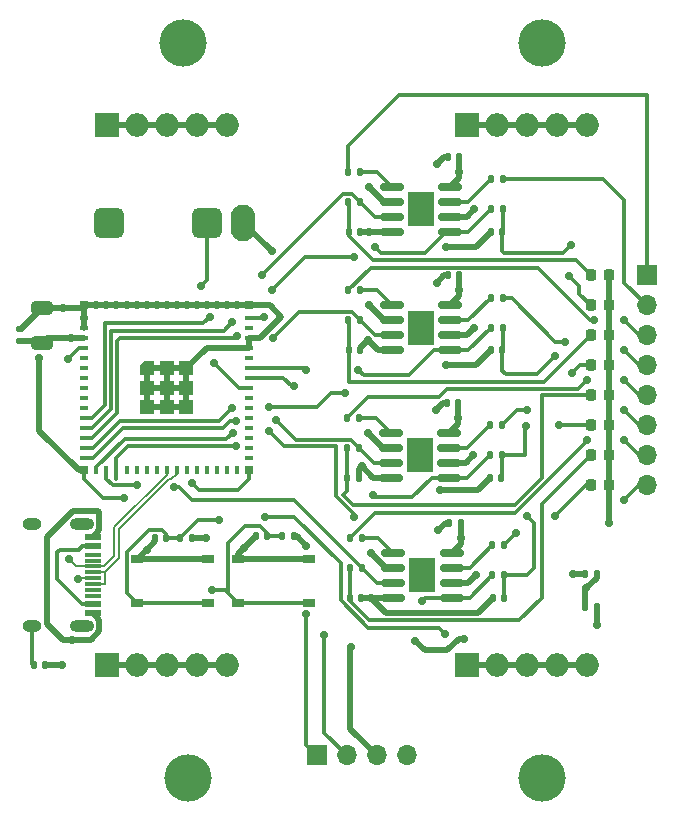
<source format=gbr>
%TF.GenerationSoftware,KiCad,Pcbnew,8.0.5*%
%TF.CreationDate,2024-11-19T03:03:03+05:30*%
%TF.ProjectId,midi,6d696469-2e6b-4696-9361-645f70636258,rev?*%
%TF.SameCoordinates,Original*%
%TF.FileFunction,Copper,L1,Top*%
%TF.FilePolarity,Positive*%
%FSLAX46Y46*%
G04 Gerber Fmt 4.6, Leading zero omitted, Abs format (unit mm)*
G04 Created by KiCad (PCBNEW 8.0.5) date 2024-11-19 03:03:03*
%MOMM*%
%LPD*%
G01*
G04 APERTURE LIST*
G04 Aperture macros list*
%AMRoundRect*
0 Rectangle with rounded corners*
0 $1 Rounding radius*
0 $2 $3 $4 $5 $6 $7 $8 $9 X,Y pos of 4 corners*
0 Add a 4 corners polygon primitive as box body*
4,1,4,$2,$3,$4,$5,$6,$7,$8,$9,$2,$3,0*
0 Add four circle primitives for the rounded corners*
1,1,$1+$1,$2,$3*
1,1,$1+$1,$4,$5*
1,1,$1+$1,$6,$7*
1,1,$1+$1,$8,$9*
0 Add four rect primitives between the rounded corners*
20,1,$1+$1,$2,$3,$4,$5,0*
20,1,$1+$1,$4,$5,$6,$7,0*
20,1,$1+$1,$6,$7,$8,$9,0*
20,1,$1+$1,$8,$9,$2,$3,0*%
%AMOutline5P*
0 Free polygon, 5 corners , with rotation*
0 The origin of the aperture is its center*
0 number of corners: always 5*
0 $1 to $10 corner X, Y*
0 $11 Rotation angle, in degrees counterclockwise*
0 create outline with 5 corners*
4,1,5,$1,$2,$3,$4,$5,$6,$7,$8,$9,$10,$1,$2,$11*%
%AMOutline6P*
0 Free polygon, 6 corners , with rotation*
0 The origin of the aperture is its center*
0 number of corners: always 6*
0 $1 to $12 corner X, Y*
0 $13 Rotation angle, in degrees counterclockwise*
0 create outline with 6 corners*
4,1,6,$1,$2,$3,$4,$5,$6,$7,$8,$9,$10,$11,$12,$1,$2,$13*%
%AMOutline7P*
0 Free polygon, 7 corners , with rotation*
0 The origin of the aperture is its center*
0 number of corners: always 7*
0 $1 to $14 corner X, Y*
0 $15 Rotation angle, in degrees counterclockwise*
0 create outline with 7 corners*
4,1,7,$1,$2,$3,$4,$5,$6,$7,$8,$9,$10,$11,$12,$13,$14,$1,$2,$15*%
%AMOutline8P*
0 Free polygon, 8 corners , with rotation*
0 The origin of the aperture is its center*
0 number of corners: always 8*
0 $1 to $16 corner X, Y*
0 $17 Rotation angle, in degrees counterclockwise*
0 create outline with 8 corners*
4,1,8,$1,$2,$3,$4,$5,$6,$7,$8,$9,$10,$11,$12,$13,$14,$15,$16,$1,$2,$17*%
G04 Aperture macros list end*
%TA.AperFunction,SMDPad,CuDef*%
%ADD10RoundRect,0.135000X-0.135000X-0.185000X0.135000X-0.185000X0.135000X0.185000X-0.135000X0.185000X0*%
%TD*%
%TA.AperFunction,SMDPad,CuDef*%
%ADD11RoundRect,0.140000X0.140000X0.170000X-0.140000X0.170000X-0.140000X-0.170000X0.140000X-0.170000X0*%
%TD*%
%TA.AperFunction,SMDPad,CuDef*%
%ADD12RoundRect,0.135000X0.135000X0.185000X-0.135000X0.185000X-0.135000X-0.185000X0.135000X-0.185000X0*%
%TD*%
%TA.AperFunction,SMDPad,CuDef*%
%ADD13RoundRect,0.140000X-0.140000X-0.170000X0.140000X-0.170000X0.140000X0.170000X-0.140000X0.170000X0*%
%TD*%
%TA.AperFunction,SMDPad,CuDef*%
%ADD14RoundRect,0.218750X0.218750X0.256250X-0.218750X0.256250X-0.218750X-0.256250X0.218750X-0.256250X0*%
%TD*%
%TA.AperFunction,SMDPad,CuDef*%
%ADD15R,1.000000X0.750000*%
%TD*%
%TA.AperFunction,ComponentPad*%
%ADD16RoundRect,0.650000X0.650000X-0.650000X0.650000X0.650000X-0.650000X0.650000X-0.650000X-0.650000X0*%
%TD*%
%TA.AperFunction,ComponentPad*%
%ADD17O,2.100000X3.100000*%
%TD*%
%TA.AperFunction,ComponentPad*%
%ADD18R,1.700000X1.700000*%
%TD*%
%TA.AperFunction,ComponentPad*%
%ADD19O,1.700000X1.700000*%
%TD*%
%TA.AperFunction,SMDPad,CuDef*%
%ADD20R,1.450000X0.600000*%
%TD*%
%TA.AperFunction,SMDPad,CuDef*%
%ADD21R,1.450000X0.300000*%
%TD*%
%TA.AperFunction,ComponentPad*%
%ADD22O,2.100000X1.000000*%
%TD*%
%TA.AperFunction,ComponentPad*%
%ADD23O,1.600000X1.000000*%
%TD*%
%TA.AperFunction,SMDPad,CuDef*%
%ADD24RoundRect,0.150000X-0.825000X-0.150000X0.825000X-0.150000X0.825000X0.150000X-0.825000X0.150000X0*%
%TD*%
%TA.AperFunction,HeatsinkPad*%
%ADD25R,2.290000X3.000000*%
%TD*%
%TA.AperFunction,SMDPad,CuDef*%
%ADD26RoundRect,0.250000X0.650000X-0.325000X0.650000X0.325000X-0.650000X0.325000X-0.650000X-0.325000X0*%
%TD*%
%TA.AperFunction,SMDPad,CuDef*%
%ADD27RoundRect,0.140000X0.170000X-0.140000X0.170000X0.140000X-0.170000X0.140000X-0.170000X-0.140000X0*%
%TD*%
%TA.AperFunction,SMDPad,CuDef*%
%ADD28R,0.800000X0.400000*%
%TD*%
%TA.AperFunction,SMDPad,CuDef*%
%ADD29R,0.400000X0.800000*%
%TD*%
%TA.AperFunction,SMDPad,CuDef*%
%ADD30Outline5P,-0.600000X0.204000X-0.204000X0.600000X0.600000X0.600000X0.600000X-0.600000X-0.600000X-0.600000X0.000000*%
%TD*%
%TA.AperFunction,SMDPad,CuDef*%
%ADD31R,1.200000X1.200000*%
%TD*%
%TA.AperFunction,SMDPad,CuDef*%
%ADD32R,0.800000X0.800000*%
%TD*%
%TA.AperFunction,ComponentPad*%
%ADD33R,2.000000X2.000000*%
%TD*%
%TA.AperFunction,ComponentPad*%
%ADD34O,2.000000X2.000000*%
%TD*%
%TA.AperFunction,ViaPad*%
%ADD35C,0.700000*%
%TD*%
%TA.AperFunction,ViaPad*%
%ADD36C,4.000000*%
%TD*%
%TA.AperFunction,Conductor*%
%ADD37C,0.300000*%
%TD*%
%TA.AperFunction,Conductor*%
%ADD38C,0.500000*%
%TD*%
%TA.AperFunction,Conductor*%
%ADD39C,0.200000*%
%TD*%
G04 APERTURE END LIST*
D10*
%TO.P,R11,1*%
%TO.N,/esp32/GATE_4*%
X88389090Y-67945000D03*
%TO.P,R11,2*%
%TO.N,Net-(D4-A)*%
X89409090Y-67945000D03*
%TD*%
D11*
%TO.P,C17,1*%
%TO.N,Net-(D8-A)*%
X89510000Y-90805000D03*
%TO.P,C17,2*%
%TO.N,GND*%
X88550000Y-90805000D03*
%TD*%
D12*
%TO.P,R3,1*%
%TO.N,V_SUPPLY*%
X63091000Y-85725000D03*
%TO.P,R3,2*%
%TO.N,Net-(SW1-B)*%
X62071000Y-85725000D03*
%TD*%
D10*
%TO.P,R20,1*%
%TO.N,Net-(R20-Pad1)*%
X88520000Y-86360000D03*
%TO.P,R20,2*%
%TO.N,/gate_process3/GATE_B_OUT*%
X89540000Y-86360000D03*
%TD*%
D12*
%TO.P,R14,1*%
%TO.N,Net-(R14-Pad1)*%
X77257500Y-75565000D03*
%TO.P,R14,2*%
%TO.N,/gate_process2/GATE_A_OUT*%
X76237500Y-75565000D03*
%TD*%
D13*
%TO.P,C3,1*%
%TO.N,GND*%
X59972000Y-85725000D03*
%TO.P,C3,2*%
%TO.N,Net-(SW1-B)*%
X60932000Y-85725000D03*
%TD*%
D11*
%TO.P,C16,1*%
%TO.N,V_SUPPLY*%
X85855000Y-84455000D03*
%TO.P,C16,2*%
%TO.N,GND*%
X84895000Y-84455000D03*
%TD*%
D14*
%TO.P,D5,1,K*%
%TO.N,GND*%
X98425000Y-73660000D03*
%TO.P,D5,2,A*%
%TO.N,Net-(D5-A)*%
X96850000Y-73660000D03*
%TD*%
D15*
%TO.P,SW1,1,A*%
%TO.N,GND*%
X58468000Y-87533000D03*
X64468000Y-87533000D03*
%TO.P,SW1,2,B*%
%TO.N,Net-(SW1-B)*%
X58468000Y-91283000D03*
X64468000Y-91283000D03*
%TD*%
D14*
%TO.P,D7,1,K*%
%TO.N,GND*%
X98425000Y-78740000D03*
%TO.P,D7,2,A*%
%TO.N,Net-(D7-A)*%
X96850000Y-78740000D03*
%TD*%
D16*
%TO.P,J1,R*%
%TO.N,/esp32/MIDI_IN*%
X64340000Y-59055000D03*
D17*
%TO.P,J1,S*%
%TO.N,MIDI_GND*%
X67440000Y-59055000D03*
D16*
%TO.P,J1,T*%
%TO.N,unconnected-(J1-PadT)*%
X56040000Y-59055000D03*
%TD*%
D13*
%TO.P,C5,1*%
%TO.N,Net-(J4-SHIELD)*%
X49685000Y-96520000D03*
%TO.P,C5,2*%
%TO.N,GND*%
X50645000Y-96520000D03*
%TD*%
D15*
%TO.P,SW2,1,A*%
%TO.N,GND*%
X66977000Y-87533000D03*
X72977000Y-87533000D03*
%TO.P,SW2,2,B*%
%TO.N,Net-(SW2-B)*%
X66977000Y-91283000D03*
X72977000Y-91283000D03*
%TD*%
D12*
%TO.P,R13,1*%
%TO.N,/esp32/GATE_5*%
X77257500Y-78105000D03*
%TO.P,R13,2*%
%TO.N,Net-(D5-A)*%
X76237500Y-78105000D03*
%TD*%
D10*
%TO.P,R12,1*%
%TO.N,Net-(R12-Pad1)*%
X88389090Y-65405000D03*
%TO.P,R12,2*%
%TO.N,/gate_process1/GATE_B_OUT*%
X89409090Y-65405000D03*
%TD*%
D11*
%TO.P,C7,1*%
%TO.N,V_SUPPLY*%
X85725000Y-53470000D03*
%TO.P,C7,2*%
%TO.N,GND*%
X84765000Y-53470000D03*
%TD*%
D14*
%TO.P,D4,1,K*%
%TO.N,GND*%
X98425000Y-71120000D03*
%TO.P,D4,2,A*%
%TO.N,Net-(D4-A)*%
X96850000Y-71120000D03*
%TD*%
D12*
%TO.P,R4,1*%
%TO.N,V_SUPPLY*%
X71755000Y-85598000D03*
%TO.P,R4,2*%
%TO.N,Net-(SW2-B)*%
X70735000Y-85598000D03*
%TD*%
D11*
%TO.P,C10,1*%
%TO.N,V_SUPPLY*%
X85724090Y-63500000D03*
%TO.P,C10,2*%
%TO.N,GND*%
X84764090Y-63500000D03*
%TD*%
D10*
%TO.P,R8,1*%
%TO.N,Net-(R8-Pad1)*%
X88390000Y-55375000D03*
%TO.P,R8,2*%
%TO.N,/gate_process/GATE_B_OUT*%
X89410000Y-55375000D03*
%TD*%
D18*
%TO.P,J3,1,Pin_1*%
%TO.N,TX*%
X73660000Y-104140000D03*
D19*
%TO.P,J3,2,Pin_2*%
%TO.N,RX*%
X76200000Y-104140000D03*
%TO.P,J3,3,Pin_3*%
%TO.N,MIDI_GND*%
X78740000Y-104140000D03*
%TO.P,J3,4,Pin_4*%
%TO.N,GND*%
X81280000Y-104140000D03*
%TD*%
D12*
%TO.P,R9,1*%
%TO.N,/esp32/GATE_3*%
X77344090Y-67310000D03*
%TO.P,R9,2*%
%TO.N,Net-(D3-A)*%
X76324090Y-67310000D03*
%TD*%
D10*
%TO.P,R16,1*%
%TO.N,Net-(R16-Pad1)*%
X88302500Y-76200000D03*
%TO.P,R16,2*%
%TO.N,/gate_process2/GATE_B_OUT*%
X89322500Y-76200000D03*
%TD*%
D13*
%TO.P,C12,1*%
%TO.N,Net-(D5-A)*%
X76267500Y-80645000D03*
%TO.P,C12,2*%
%TO.N,GND*%
X77227500Y-80645000D03*
%TD*%
D12*
%TO.P,R5,1*%
%TO.N,/esp32/GATE_1*%
X77345000Y-57280000D03*
%TO.P,R5,2*%
%TO.N,Net-(D1-A)*%
X76325000Y-57280000D03*
%TD*%
D13*
%TO.P,C15,1*%
%TO.N,Net-(D7-A)*%
X76485000Y-90805000D03*
%TO.P,C15,2*%
%TO.N,GND*%
X77445000Y-90805000D03*
%TD*%
D10*
%TO.P,R15,1*%
%TO.N,/esp32/GATE_6*%
X88302500Y-78740000D03*
%TO.P,R15,2*%
%TO.N,Net-(D6-A)*%
X89322500Y-78740000D03*
%TD*%
D20*
%TO.P,J4,A1,GND*%
%TO.N,GND*%
X54685000Y-85675000D03*
%TO.P,J4,A4,VBUS*%
%TO.N,Net-(J4-VBUS-PadA4)*%
X54685000Y-86450000D03*
D21*
%TO.P,J4,A5,CC1*%
%TO.N,unconnected-(J4-CC1-PadA5)*%
X54685000Y-87650000D03*
%TO.P,J4,A6,D+*%
%TO.N,Net-(U1-IO20)*%
X54685000Y-88650000D03*
%TO.P,J4,A7,D-*%
%TO.N,Net-(U1-IO19)*%
X54685000Y-89150000D03*
%TO.P,J4,A8,SBU1*%
%TO.N,unconnected-(J4-SBU1-PadA8)*%
X54685000Y-90150000D03*
D20*
%TO.P,J4,A9,VBUS*%
%TO.N,Net-(J4-VBUS-PadA4)*%
X54685000Y-91350000D03*
%TO.P,J4,A12,GND*%
%TO.N,GND*%
X54685000Y-92125000D03*
D21*
%TO.P,J4,B5,CC2*%
%TO.N,unconnected-(J4-CC2-PadB5)*%
X54685000Y-90650000D03*
%TO.P,J4,B6,D+*%
%TO.N,Net-(U1-IO20)*%
X54685000Y-89650000D03*
%TO.P,J4,B7,D-*%
%TO.N,Net-(U1-IO19)*%
X54685000Y-88150000D03*
%TO.P,J4,B8,SBU2*%
%TO.N,unconnected-(J4-SBU2-PadB8)*%
X54685000Y-87150000D03*
D22*
%TO.P,J4,S1,SHIELD*%
%TO.N,Net-(J4-SHIELD)*%
X53770000Y-84580000D03*
D23*
X49590000Y-84580000D03*
D22*
X53770000Y-93220000D03*
D23*
X49590000Y-93220000D03*
%TD*%
D14*
%TO.P,D2,1,K*%
%TO.N,GND*%
X98425000Y-66040000D03*
%TO.P,D2,2,A*%
%TO.N,Net-(D2-A)*%
X96850000Y-66040000D03*
%TD*%
%TO.P,D8,1,K*%
%TO.N,GND*%
X98425000Y-81280000D03*
%TO.P,D8,2,A*%
%TO.N,Net-(D8-A)*%
X96850000Y-81280000D03*
%TD*%
D12*
%TO.P,R17,1*%
%TO.N,/esp32/GATE_7*%
X77475000Y-88265000D03*
%TO.P,R17,2*%
%TO.N,Net-(D7-A)*%
X76455000Y-88265000D03*
%TD*%
D11*
%TO.P,C14,1*%
%TO.N,Net-(D6-A)*%
X89292500Y-80645000D03*
%TO.P,C14,2*%
%TO.N,GND*%
X88332500Y-80645000D03*
%TD*%
D18*
%TO.P,J2,1,Pin_1*%
%TO.N,/gate_process/GATE_A_OUT*%
X101600000Y-63500000D03*
D19*
%TO.P,J2,2,Pin_2*%
%TO.N,/gate_process/GATE_B_OUT*%
X101600000Y-66040000D03*
%TO.P,J2,3,Pin_3*%
%TO.N,/gate_process1/GATE_A_OUT*%
X101600000Y-68580000D03*
%TO.P,J2,4,Pin_4*%
%TO.N,/gate_process1/GATE_B_OUT*%
X101600000Y-71120000D03*
%TO.P,J2,5,Pin_5*%
%TO.N,/gate_process2/GATE_A_OUT*%
X101600000Y-73660000D03*
%TO.P,J2,6,Pin_6*%
%TO.N,/gate_process2/GATE_B_OUT*%
X101600000Y-76200000D03*
%TO.P,J2,7,Pin_7*%
%TO.N,/gate_process3/GATE_A_OUT*%
X101600000Y-78740000D03*
%TO.P,J2,8,Pin_8*%
%TO.N,/gate_process3/GATE_B_OUT*%
X101600000Y-81280000D03*
%TD*%
D24*
%TO.P,U3,1*%
%TO.N,Net-(R10-Pad1)*%
X80009090Y-66040000D03*
%TO.P,U3,2,-*%
%TO.N,V_MID*%
X80009090Y-67310000D03*
%TO.P,U3,3,+*%
%TO.N,/esp32/GATE_3*%
X80009090Y-68580000D03*
%TO.P,U3,4,V-*%
%TO.N,GND*%
X80009090Y-69850000D03*
%TO.P,U3,5,+*%
%TO.N,/esp32/GATE_4*%
X84959090Y-69850000D03*
%TO.P,U3,6,-*%
%TO.N,V_MID*%
X84959090Y-68580000D03*
%TO.P,U3,7*%
%TO.N,Net-(R12-Pad1)*%
X84959090Y-67310000D03*
%TO.P,U3,8,V+*%
%TO.N,V_SUPPLY*%
X84959090Y-66040000D03*
D25*
%TO.P,U3,9*%
%TO.N,N/C*%
X82484090Y-67945000D03*
%TD*%
D12*
%TO.P,R10,1*%
%TO.N,Net-(R10-Pad1)*%
X77344090Y-64770000D03*
%TO.P,R10,2*%
%TO.N,/gate_process1/GATE_A_OUT*%
X76324090Y-64770000D03*
%TD*%
D26*
%TO.P,C1,1*%
%TO.N,V_SUPPLY*%
X50419000Y-69215000D03*
%TO.P,C1,2*%
%TO.N,GND*%
X50419000Y-66265000D03*
%TD*%
D14*
%TO.P,D1,1,K*%
%TO.N,GND*%
X98425000Y-63500000D03*
%TO.P,D1,2,A*%
%TO.N,Net-(D1-A)*%
X96850000Y-63500000D03*
%TD*%
D13*
%TO.P,C9,1*%
%TO.N,Net-(D3-A)*%
X76354090Y-69850000D03*
%TO.P,C9,2*%
%TO.N,GND*%
X77314090Y-69850000D03*
%TD*%
D11*
%TO.P,C13,1*%
%TO.N,V_SUPPLY*%
X85637500Y-74295000D03*
%TO.P,C13,2*%
%TO.N,GND*%
X84677500Y-74295000D03*
%TD*%
%TO.P,C11,1*%
%TO.N,Net-(D4-A)*%
X89379090Y-69850000D03*
%TO.P,C11,2*%
%TO.N,GND*%
X88419090Y-69850000D03*
%TD*%
D12*
%TO.P,R6,1*%
%TO.N,Net-(R6-Pad1)*%
X77345000Y-54740000D03*
%TO.P,R6,2*%
%TO.N,/gate_process/GATE_A_OUT*%
X76325000Y-54740000D03*
%TD*%
D27*
%TO.P,C2,1*%
%TO.N,V_SUPPLY*%
X48514000Y-69032000D03*
%TO.P,C2,2*%
%TO.N,GND*%
X48514000Y-68072000D03*
%TD*%
D24*
%TO.P,U4,1*%
%TO.N,Net-(R14-Pad1)*%
X79922500Y-76835000D03*
%TO.P,U4,2,-*%
%TO.N,V_MID*%
X79922500Y-78105000D03*
%TO.P,U4,3,+*%
%TO.N,/esp32/GATE_5*%
X79922500Y-79375000D03*
%TO.P,U4,4,V-*%
%TO.N,GND*%
X79922500Y-80645000D03*
%TO.P,U4,5,+*%
%TO.N,/esp32/GATE_6*%
X84872500Y-80645000D03*
%TO.P,U4,6,-*%
%TO.N,V_MID*%
X84872500Y-79375000D03*
%TO.P,U4,7*%
%TO.N,Net-(R16-Pad1)*%
X84872500Y-78105000D03*
%TO.P,U4,8,V+*%
%TO.N,V_SUPPLY*%
X84872500Y-76835000D03*
D25*
%TO.P,U4,9*%
%TO.N,N/C*%
X82397500Y-78740000D03*
%TD*%
D14*
%TO.P,D3,1,K*%
%TO.N,GND*%
X98425000Y-68580000D03*
%TO.P,D3,2,A*%
%TO.N,Net-(D3-A)*%
X96850000Y-68580000D03*
%TD*%
D10*
%TO.P,R2,1*%
%TO.N,V_MID*%
X96389000Y-91567000D03*
%TO.P,R2,2*%
%TO.N,GND*%
X97409000Y-91567000D03*
%TD*%
%TO.P,R19,1*%
%TO.N,/esp32/GATE_8*%
X88520000Y-88900000D03*
%TO.P,R19,2*%
%TO.N,Net-(D8-A)*%
X89540000Y-88900000D03*
%TD*%
D13*
%TO.P,C6,1*%
%TO.N,Net-(D1-A)*%
X76355000Y-59820000D03*
%TO.P,C6,2*%
%TO.N,GND*%
X77315000Y-59820000D03*
%TD*%
%TO.P,C4,1*%
%TO.N,GND*%
X68509000Y-85598000D03*
%TO.P,C4,2*%
%TO.N,Net-(SW2-B)*%
X69469000Y-85598000D03*
%TD*%
D11*
%TO.P,C8,1*%
%TO.N,Net-(D2-A)*%
X89380000Y-59820000D03*
%TO.P,C8,2*%
%TO.N,GND*%
X88420000Y-59820000D03*
%TD*%
D10*
%TO.P,R1,1*%
%TO.N,V_SUPPLY*%
X96389000Y-88773000D03*
%TO.P,R1,2*%
%TO.N,V_MID*%
X97409000Y-88773000D03*
%TD*%
D12*
%TO.P,R18,1*%
%TO.N,Net-(R18-Pad1)*%
X77475000Y-85725000D03*
%TO.P,R18,2*%
%TO.N,/gate_process3/GATE_A_OUT*%
X76455000Y-85725000D03*
%TD*%
D28*
%TO.P,U1,1,GND*%
%TO.N,GND*%
X53960000Y-67075000D03*
%TO.P,U1,2,GND*%
X53960000Y-67925000D03*
%TO.P,U1,3,3V3*%
%TO.N,V_SUPPLY*%
X53960000Y-68775000D03*
%TO.P,U1,4,IO0*%
%TO.N,Net-(SW2-B)*%
X53960000Y-69625000D03*
%TO.P,U1,5,IO1*%
%TO.N,unconnected-(U1-IO1-Pad5)*%
X53960000Y-70475000D03*
%TO.P,U1,6,IO2*%
%TO.N,unconnected-(U1-IO2-Pad6)*%
X53960000Y-71325000D03*
%TO.P,U1,7,IO3*%
%TO.N,unconnected-(U1-IO3-Pad7)*%
X53960000Y-72175000D03*
%TO.P,U1,8,IO4*%
%TO.N,unconnected-(U1-IO4-Pad8)*%
X53960000Y-73025000D03*
%TO.P,U1,9,IO5*%
%TO.N,unconnected-(U1-IO5-Pad9)*%
X53960000Y-73875000D03*
%TO.P,U1,10,IO6*%
%TO.N,unconnected-(U1-IO6-Pad10)*%
X53960000Y-74725000D03*
%TO.P,U1,11,IO7*%
%TO.N,/esp32/GATE_1*%
X53960000Y-75575000D03*
%TO.P,U1,12,IO8*%
%TO.N,/esp32/GATE_2*%
X53960000Y-76425000D03*
%TO.P,U1,13,IO9*%
%TO.N,/esp32/GATE_3*%
X53960000Y-77275000D03*
%TO.P,U1,14,IO10*%
%TO.N,/esp32/GATE_4*%
X53960000Y-78125000D03*
%TO.P,U1,15,IO11*%
%TO.N,/esp32/GATE_5*%
X53960000Y-78975000D03*
D29*
%TO.P,U1,16,IO12*%
%TO.N,/esp32/GATE_6*%
X55010000Y-80025000D03*
%TO.P,U1,17,IO13*%
%TO.N,/esp32/GATE_7*%
X55860000Y-80025000D03*
%TO.P,U1,18,IO14*%
%TO.N,/esp32/GATE_8*%
X56710000Y-80025000D03*
%TO.P,U1,19,IO15*%
%TO.N,unconnected-(U1-IO15-Pad19)*%
X57560000Y-80025000D03*
%TO.P,U1,20,IO16*%
%TO.N,unconnected-(U1-IO16-Pad20)*%
X58410000Y-80025000D03*
%TO.P,U1,21,IO17*%
%TO.N,unconnected-(U1-IO17-Pad21)*%
X59260000Y-80025000D03*
%TO.P,U1,22,IO18*%
%TO.N,unconnected-(U1-IO18-Pad22)*%
X60110000Y-80025000D03*
%TO.P,U1,23,IO19*%
%TO.N,Net-(U1-IO19)*%
X60960000Y-80025000D03*
%TO.P,U1,24,IO20*%
%TO.N,Net-(U1-IO20)*%
X61810000Y-80025000D03*
%TO.P,U1,25,IO21*%
%TO.N,unconnected-(U1-IO21-Pad25)*%
X62660000Y-80025000D03*
%TO.P,U1,26,IO26*%
%TO.N,unconnected-(U1-IO26-Pad26)*%
X63510000Y-80025000D03*
%TO.P,U1,27,IO47*%
%TO.N,unconnected-(U1-IO47-Pad27)*%
X64360000Y-80025000D03*
%TO.P,U1,28,IO33*%
%TO.N,unconnected-(U1-IO33-Pad28)*%
X65210000Y-80025000D03*
%TO.P,U1,29,IO34*%
%TO.N,unconnected-(U1-IO34-Pad29)*%
X66060000Y-80025000D03*
%TO.P,U1,30,IO48*%
%TO.N,unconnected-(U1-IO48-Pad30)*%
X66910000Y-80025000D03*
D28*
%TO.P,U1,31,IO35*%
%TO.N,unconnected-(U1-IO35-Pad31)*%
X67960000Y-78975000D03*
%TO.P,U1,32,IO36*%
%TO.N,unconnected-(U1-IO36-Pad32)*%
X67960000Y-78125000D03*
%TO.P,U1,33,IO37*%
%TO.N,unconnected-(U1-IO37-Pad33)*%
X67960000Y-77275000D03*
%TO.P,U1,34,IO38*%
%TO.N,unconnected-(U1-IO38-Pad34)*%
X67960000Y-76425000D03*
%TO.P,U1,35,IO39*%
%TO.N,unconnected-(U1-IO39-Pad35)*%
X67960000Y-75575000D03*
%TO.P,U1,36,IO40*%
%TO.N,unconnected-(U1-IO40-Pad36)*%
X67960000Y-74725000D03*
%TO.P,U1,37,IO41*%
%TO.N,unconnected-(U1-IO41-Pad37)*%
X67960000Y-73875000D03*
%TO.P,U1,38,IO42*%
%TO.N,/esp32/MIDI_IN*%
X67960000Y-73025000D03*
%TO.P,U1,39,TXD0*%
%TO.N,TX*%
X67960000Y-72175000D03*
%TO.P,U1,40,RXD0*%
%TO.N,RX*%
X67960000Y-71325000D03*
%TO.P,U1,41,IO45*%
%TO.N,unconnected-(U1-IO45-Pad41)*%
X67960000Y-70475000D03*
%TO.P,U1,42,GND*%
%TO.N,GND*%
X67960000Y-69625000D03*
%TO.P,U1,43,GND*%
X67960000Y-68775000D03*
%TO.P,U1,44,IO46*%
%TO.N,unconnected-(U1-IO46-Pad44)*%
X67960000Y-67925000D03*
%TO.P,U1,45,EN*%
%TO.N,Net-(SW1-B)*%
X67960000Y-67075000D03*
D29*
%TO.P,U1,46,GND*%
%TO.N,GND*%
X66910000Y-66025000D03*
%TO.P,U1,47,GND*%
X66060000Y-66025000D03*
%TO.P,U1,48,GND*%
X65210000Y-66025000D03*
%TO.P,U1,49,GND*%
X64360000Y-66025000D03*
%TO.P,U1,50,GND*%
X63510000Y-66025000D03*
%TO.P,U1,51,GND*%
X62660000Y-66025000D03*
%TO.P,U1,52,GND*%
X61810000Y-66025000D03*
%TO.P,U1,53,GND*%
X60960000Y-66025000D03*
%TO.P,U1,54,GND*%
X60110000Y-66025000D03*
%TO.P,U1,55,GND*%
X59260000Y-66025000D03*
%TO.P,U1,56,GND*%
X58410000Y-66025000D03*
%TO.P,U1,57,GND*%
X57560000Y-66025000D03*
%TO.P,U1,58,GND*%
X56710000Y-66025000D03*
%TO.P,U1,59,GND*%
X55860000Y-66025000D03*
%TO.P,U1,60,GND*%
X55010000Y-66025000D03*
D30*
%TO.P,U1,61,GND*%
X59310000Y-71375000D03*
D31*
X59310000Y-73025000D03*
X59310000Y-74675000D03*
X60960000Y-71375000D03*
X60960000Y-73025000D03*
X60960000Y-74675000D03*
X62610000Y-71375000D03*
X62610000Y-73025000D03*
X62610000Y-74675000D03*
D32*
%TO.P,U1,62,GND*%
X53960000Y-66025000D03*
%TO.P,U1,63,GND*%
X53960000Y-80025000D03*
%TO.P,U1,64,GND*%
X67960000Y-80025000D03*
%TO.P,U1,65,GND*%
X67960000Y-66025000D03*
%TD*%
D24*
%TO.P,U2,1*%
%TO.N,Net-(R6-Pad1)*%
X80010000Y-56010000D03*
%TO.P,U2,2,-*%
%TO.N,V_MID*%
X80010000Y-57280000D03*
%TO.P,U2,3,+*%
%TO.N,/esp32/GATE_1*%
X80010000Y-58550000D03*
%TO.P,U2,4,V-*%
%TO.N,GND*%
X80010000Y-59820000D03*
%TO.P,U2,5,+*%
%TO.N,/esp32/GATE_2*%
X84960000Y-59820000D03*
%TO.P,U2,6,-*%
%TO.N,V_MID*%
X84960000Y-58550000D03*
%TO.P,U2,7*%
%TO.N,Net-(R8-Pad1)*%
X84960000Y-57280000D03*
%TO.P,U2,8,V+*%
%TO.N,V_SUPPLY*%
X84960000Y-56010000D03*
D25*
%TO.P,U2,9*%
%TO.N,N/C*%
X82485000Y-57915000D03*
%TD*%
D14*
%TO.P,D6,1,K*%
%TO.N,GND*%
X98425000Y-76200000D03*
%TO.P,D6,2,A*%
%TO.N,Net-(D6-A)*%
X96850000Y-76200000D03*
%TD*%
D10*
%TO.P,R7,1*%
%TO.N,/esp32/GATE_2*%
X88390000Y-57915000D03*
%TO.P,R7,2*%
%TO.N,Net-(D2-A)*%
X89410000Y-57915000D03*
%TD*%
D24*
%TO.P,U5,1*%
%TO.N,Net-(R18-Pad1)*%
X80140000Y-86995000D03*
%TO.P,U5,2,-*%
%TO.N,V_MID*%
X80140000Y-88265000D03*
%TO.P,U5,3,+*%
%TO.N,/esp32/GATE_7*%
X80140000Y-89535000D03*
%TO.P,U5,4,V-*%
%TO.N,GND*%
X80140000Y-90805000D03*
%TO.P,U5,5,+*%
%TO.N,/esp32/GATE_8*%
X85090000Y-90805000D03*
%TO.P,U5,6,-*%
%TO.N,V_MID*%
X85090000Y-89535000D03*
%TO.P,U5,7*%
%TO.N,Net-(R20-Pad1)*%
X85090000Y-88265000D03*
%TO.P,U5,8,V+*%
%TO.N,V_SUPPLY*%
X85090000Y-86995000D03*
D25*
%TO.P,U5,9*%
%TO.N,N/C*%
X82615000Y-88900000D03*
%TD*%
D33*
%TO.P,V_SUPPLY1,1,Pin_1*%
%TO.N,V_SUPPLY*%
X55880000Y-50800000D03*
D34*
%TO.P,V_SUPPLY1,2,Pin_2*%
X58420000Y-50800000D03*
%TO.P,V_SUPPLY1,3,Pin_3*%
X60960000Y-50800000D03*
%TO.P,V_SUPPLY1,4,Pin_4*%
X63500000Y-50800000D03*
%TO.P,V_SUPPLY1,5,Pin_5*%
X66040000Y-50800000D03*
%TD*%
D33*
%TO.P,V_SUPPLY2,1,Pin_1*%
%TO.N,V_SUPPLY*%
X86360000Y-50800000D03*
D34*
%TO.P,V_SUPPLY2,2,Pin_2*%
X88900000Y-50800000D03*
%TO.P,V_SUPPLY2,3,Pin_3*%
X91440000Y-50800000D03*
%TO.P,V_SUPPLY2,4,Pin_4*%
X93980000Y-50800000D03*
%TO.P,V_SUPPLY2,5,Pin_5*%
X96520000Y-50800000D03*
%TD*%
D33*
%TO.P,GND2,1,Pin_1*%
%TO.N,GND*%
X86360000Y-96520000D03*
D34*
%TO.P,GND2,2,Pin_2*%
X88900000Y-96520000D03*
%TO.P,GND2,3,Pin_3*%
X91440000Y-96520000D03*
%TO.P,GND2,4,Pin_4*%
X93980000Y-96520000D03*
%TO.P,GND2,5,Pin_5*%
X96520000Y-96520000D03*
%TD*%
D33*
%TO.P,GND1,1,Pin_1*%
%TO.N,GND*%
X55880000Y-96520000D03*
D34*
%TO.P,GND1,2,Pin_2*%
X58420000Y-96520000D03*
%TO.P,GND1,3,Pin_3*%
X60960000Y-96520000D03*
%TO.P,GND1,4,Pin_4*%
X63500000Y-96520000D03*
%TO.P,GND1,5,Pin_5*%
X66040000Y-96520000D03*
%TD*%
D35*
%TO.N,/esp32/GATE_6*%
X78435200Y-82092800D03*
%TO.N,Net-(SW2-B)*%
X64770000Y-90170000D03*
X52578000Y-70612000D03*
%TO.N,GND*%
X57353200Y-82372200D03*
X63144400Y-81102200D03*
%TO.N,Net-(SW1-B)*%
X69215000Y-67056000D03*
X65405000Y-84201000D03*
%TO.N,GND*%
X84582000Y-61087000D03*
X84595165Y-71133165D03*
X84124800Y-81686400D03*
X67528500Y-86578500D03*
X50165000Y-70485000D03*
%TO.N,V_MID*%
X96489499Y-90012499D03*
%TO.N,GND*%
X97409000Y-93091000D03*
%TO.N,V_SUPPLY*%
X95377000Y-88773000D03*
%TO.N,V_MID*%
X86156800Y-94284800D03*
X81991200Y-94437200D03*
%TO.N,MIDI_GND*%
X76555600Y-94930200D03*
X69850000Y-61468000D03*
%TO.N,RX*%
X74295000Y-93929200D03*
X72720200Y-71526400D03*
%TO.N,TX*%
X71780400Y-72898000D03*
X72771000Y-92208002D03*
%TO.N,/esp32/MIDI_IN*%
X63881000Y-64389000D03*
X64960500Y-70929500D03*
%TO.N,/esp32/GATE_8*%
X82575400Y-91084400D03*
X84531200Y-93878400D03*
X69316600Y-83972400D03*
X66802000Y-77993000D03*
%TO.N,/esp32/GATE_7*%
X61581573Y-81383070D03*
X58445400Y-81280000D03*
%TO.N,/esp32/GATE_6*%
X69596000Y-76682600D03*
X66548000Y-76809600D03*
X76835000Y-83921600D03*
%TO.N,/esp32/GATE_5*%
X70205600Y-75717400D03*
X66827400Y-75869800D03*
%TO.N,/esp32/GATE_4*%
X77165200Y-71475600D03*
X69646800Y-74650600D03*
X66497200Y-74752200D03*
X76047600Y-73431400D03*
%TO.N,/esp32/GATE_3*%
X69977000Y-68834000D03*
X66878200Y-68630800D03*
%TO.N,/esp32/GATE_2*%
X69870398Y-64775002D03*
X66522600Y-67462400D03*
X76835000Y-61976000D03*
X78562200Y-61061600D03*
%TO.N,/esp32/GATE_1*%
X69011800Y-63449200D03*
X64592200Y-67005200D03*
%TO.N,V_SUPPLY*%
X72796400Y-86436200D03*
%TO.N,GND*%
X59284500Y-86716500D03*
%TO.N,V_SUPPLY*%
X64262000Y-85725000D03*
X52832000Y-68775000D03*
%TO.N,GND*%
X52197000Y-66265000D03*
X52959000Y-94361000D03*
D36*
%TO.N,*%
X62377580Y-43815000D03*
X62784908Y-106045000D03*
X92710000Y-106045000D03*
X92710000Y-106045000D03*
X92710000Y-106045000D03*
X92710000Y-43815000D03*
X92710000Y-43815000D03*
X92710000Y-43815000D03*
X92710000Y-106045000D03*
X62377580Y-43815000D03*
X62784908Y-106045000D03*
X62784908Y-106045000D03*
X92710000Y-43815000D03*
X62784908Y-106045000D03*
X62377580Y-43815000D03*
X62377580Y-43815000D03*
D35*
%TO.N,GND*%
X83950000Y-85090000D03*
X77978000Y-69011800D03*
X83820000Y-54105000D03*
X78105000Y-59820000D03*
X83732500Y-74930000D03*
X98425000Y-84455000D03*
X78235000Y-90805000D03*
X77470000Y-79654400D03*
X52070000Y-96520000D03*
X83819090Y-64135000D03*
%TO.N,V_SUPPLY*%
X85637500Y-75565000D03*
X85855000Y-85725000D03*
X85725000Y-54740000D03*
X85724090Y-64770000D03*
%TO.N,Net-(D2-A)*%
X95224600Y-60909200D03*
X95046800Y-63525400D03*
%TO.N,Net-(U1-IO19)*%
X53411473Y-89250000D03*
X52654200Y-87503000D03*
%TO.N,V_MID*%
X86995000Y-57915000D03*
X78235000Y-86995000D03*
X78105000Y-56010000D03*
X87125000Y-88900000D03*
X78104090Y-66040000D03*
X86907500Y-78740000D03*
X78017500Y-76835000D03*
X86994090Y-67945000D03*
%TO.N,Net-(D4-A)*%
X93878400Y-70307200D03*
X95250000Y-71805800D03*
%TO.N,Net-(D6-A)*%
X91389200Y-76250800D03*
X94183200Y-76200000D03*
%TO.N,Net-(D8-A)*%
X91465400Y-83896200D03*
X93878400Y-83845400D03*
%TO.N,/gate_process1/GATE_A_OUT*%
X97155000Y-67310000D03*
X99695000Y-67310000D03*
%TO.N,/gate_process3/GATE_B_OUT*%
X99695000Y-82550000D03*
X90566200Y-85333800D03*
%TO.N,/gate_process2/GATE_A_OUT*%
X96520000Y-72390000D03*
X99695000Y-72390000D03*
%TO.N,/gate_process1/GATE_B_OUT*%
X94716600Y-69113400D03*
X99695000Y-69850000D03*
%TO.N,/gate_process3/GATE_A_OUT*%
X96520000Y-77470000D03*
X99695000Y-77470000D03*
%TO.N,/gate_process2/GATE_B_OUT*%
X99695000Y-74930000D03*
X91440000Y-74930000D03*
%TD*%
D37*
%TO.N,/esp32/GATE_6*%
X78435200Y-82092800D02*
X78527739Y-82185339D01*
X83388200Y-80645000D02*
X84872500Y-80645000D01*
X78527739Y-82185339D02*
X78527739Y-82296000D01*
X78527739Y-82296000D02*
X81737200Y-82296000D01*
X81737200Y-82296000D02*
X83388200Y-80645000D01*
%TO.N,Net-(D8-A)*%
X91465400Y-83896200D02*
X92060000Y-84490800D01*
X92060000Y-88280000D02*
X91440000Y-88900000D01*
X92060000Y-84490800D02*
X92060000Y-88280000D01*
X91440000Y-88900000D02*
X89540000Y-88900000D01*
X93878400Y-83845400D02*
X96443800Y-81280000D01*
X96443800Y-81280000D02*
X96850000Y-81280000D01*
%TO.N,/esp32/GATE_2*%
X78562200Y-61061600D02*
X79080600Y-61580000D01*
X82819000Y-61580000D02*
X84579000Y-59820000D01*
X79080600Y-61580000D02*
X82819000Y-61580000D01*
X84579000Y-59820000D02*
X84960000Y-59820000D01*
X69870398Y-64775002D02*
X72669400Y-61976000D01*
X72669400Y-61976000D02*
X76835000Y-61976000D01*
%TO.N,/esp32/GATE_1*%
X75851000Y-56610000D02*
X76675000Y-56610000D01*
X76675000Y-56610000D02*
X77345000Y-57280000D01*
X69011800Y-63449200D02*
X75851000Y-56610000D01*
%TO.N,/esp32/GATE_2*%
X66522600Y-67462400D02*
X65771000Y-68214000D01*
X54660000Y-76425000D02*
X53960000Y-76425000D01*
X56253000Y-68199000D02*
X56253000Y-74832000D01*
X65771000Y-68214000D02*
X56268000Y-68214000D01*
X56268000Y-68214000D02*
X56253000Y-68199000D01*
X56253000Y-74832000D02*
X54660000Y-76425000D01*
%TO.N,/esp32/GATE_3*%
X56769000Y-75184000D02*
X54678000Y-77275000D01*
X57023000Y-68834000D02*
X56769000Y-69088000D01*
X66878200Y-68630800D02*
X66675000Y-68834000D01*
X66675000Y-68834000D02*
X57023000Y-68834000D01*
X56769000Y-69088000D02*
X56769000Y-75184000D01*
X54678000Y-77275000D02*
X53960000Y-77275000D01*
%TO.N,/esp32/GATE_1*%
X64033400Y-67564000D02*
X55753000Y-67564000D01*
X55753000Y-67564000D02*
X55753000Y-74482000D01*
X55753000Y-74482000D02*
X54660000Y-75575000D01*
X54660000Y-75575000D02*
X53960000Y-75575000D01*
X64592200Y-67005200D02*
X64033400Y-67564000D01*
D38*
%TO.N,GND*%
X77978000Y-69011800D02*
X77314090Y-69675710D01*
X77314090Y-69675710D02*
X77314090Y-69850000D01*
X80009090Y-69850000D02*
X78816200Y-69850000D01*
X78816200Y-69850000D02*
X77978000Y-69011800D01*
D37*
%TO.N,/esp32/GATE_4*%
X77165200Y-71475600D02*
X77647800Y-71958200D01*
X77647800Y-71958200D02*
X81483200Y-71958200D01*
X81483200Y-71958200D02*
X83591400Y-69850000D01*
X83591400Y-69850000D02*
X84959090Y-69850000D01*
%TO.N,Net-(D3-A)*%
X96850000Y-68580000D02*
X92913000Y-72517000D01*
X92913000Y-72517000D02*
X76377800Y-72517000D01*
X76354090Y-72493290D02*
X76354090Y-69850000D01*
X76377800Y-72517000D02*
X76354090Y-72493290D01*
%TO.N,/gate_process2/GATE_A_OUT*%
X96520000Y-72390000D02*
X95750000Y-73160000D01*
X95750000Y-73160000D02*
X84653972Y-73160000D01*
X84653972Y-73160000D02*
X84052372Y-73761600D01*
X78040900Y-73761600D02*
X76237500Y-75565000D01*
X84052372Y-73761600D02*
X78040900Y-73761600D01*
%TO.N,/esp32/GATE_4*%
X76047600Y-73431400D02*
X74904600Y-73431400D01*
X73685400Y-74650600D02*
X69646800Y-74650600D01*
X74904600Y-73431400D02*
X73685400Y-74650600D01*
D38*
%TO.N,V_SUPPLY*%
X52832000Y-68775000D02*
X53960000Y-68775000D01*
X52832000Y-68775000D02*
X50859000Y-68775000D01*
X50859000Y-68775000D02*
X50419000Y-69215000D01*
D37*
%TO.N,RX*%
X72518800Y-71325000D02*
X67960000Y-71325000D01*
X72720200Y-71526400D02*
X72518800Y-71325000D01*
%TO.N,TX*%
X71780400Y-72898000D02*
X71550000Y-72898000D01*
X71550000Y-72898000D02*
X70827000Y-72175000D01*
X70827000Y-72175000D02*
X67960000Y-72175000D01*
%TO.N,/gate_process3/GATE_B_OUT*%
X90566200Y-85333800D02*
X89540000Y-86360000D01*
%TO.N,GND*%
X63144400Y-81102200D02*
X63703200Y-81661000D01*
X63703200Y-81661000D02*
X67024000Y-81661000D01*
X67024000Y-81661000D02*
X67960000Y-80725000D01*
X67960000Y-80725000D02*
X67960000Y-80025000D01*
%TO.N,/esp32/GATE_7*%
X63134000Y-82535000D02*
X71745000Y-82535000D01*
X61581573Y-81383070D02*
X61982070Y-81383070D01*
X61982070Y-81383070D02*
X63134000Y-82535000D01*
X71745000Y-82535000D02*
X77475000Y-88265000D01*
X56415000Y-81280000D02*
X55860000Y-80725000D01*
X58445400Y-81280000D02*
X56415000Y-81280000D01*
X55860000Y-80725000D02*
X55860000Y-80025000D01*
%TO.N,GND*%
X53960000Y-80725000D02*
X53960000Y-80025000D01*
X57353200Y-82372200D02*
X55607200Y-82372200D01*
X55607200Y-82372200D02*
X53960000Y-80725000D01*
%TO.N,/esp32/GATE_8*%
X75692000Y-87884000D02*
X75692000Y-91029105D01*
X84012800Y-93360000D02*
X84531200Y-93878400D01*
X69316600Y-83972400D02*
X71780400Y-83972400D01*
X71780400Y-83972400D02*
X75692000Y-87884000D01*
X75692000Y-91029105D02*
X78022895Y-93360000D01*
X78022895Y-93360000D02*
X84012800Y-93360000D01*
D38*
%TO.N,V_SUPPLY*%
X71958200Y-85598000D02*
X72796400Y-86436200D01*
X71755000Y-85598000D02*
X71958200Y-85598000D01*
D37*
%TO.N,/esp32/GATE_6*%
X70891400Y-77978000D02*
X75311000Y-77978000D01*
X75311000Y-82219800D02*
X76835000Y-83743800D01*
X75311000Y-77978000D02*
X75311000Y-82219800D01*
X69596000Y-76682600D02*
X70891400Y-77978000D01*
X76835000Y-83743800D02*
X76835000Y-83921600D01*
X57404000Y-77343000D02*
X55010000Y-79737000D01*
X55010000Y-79737000D02*
X55010000Y-80025000D01*
X66548000Y-76809600D02*
X66014600Y-77343000D01*
X66014600Y-77343000D02*
X57404000Y-77343000D01*
%TO.N,/esp32/GATE_5*%
X76587500Y-77435000D02*
X77257500Y-78105000D01*
X70205600Y-75717400D02*
X71923200Y-77435000D01*
X71923200Y-77435000D02*
X76587500Y-77435000D01*
X57277000Y-76454000D02*
X54756000Y-78975000D01*
X65700050Y-76469000D02*
X57292000Y-76469000D01*
X54756000Y-78975000D02*
X53960000Y-78975000D01*
X66827400Y-75869800D02*
X66299250Y-75869800D01*
X66299250Y-75869800D02*
X65700050Y-76469000D01*
X57292000Y-76469000D02*
X57277000Y-76454000D01*
%TO.N,/esp32/GATE_4*%
X66497200Y-74752200D02*
X65430400Y-75819000D01*
X65430400Y-75819000D02*
X57023000Y-75819000D01*
X54717000Y-78125000D02*
X53960000Y-78125000D01*
X57023000Y-75819000D02*
X54717000Y-78125000D01*
D38*
%TO.N,MIDI_GND*%
X76555600Y-94930200D02*
X76479400Y-95006400D01*
X76479400Y-95006400D02*
X76479400Y-101879400D01*
X76479400Y-101879400D02*
X78740000Y-104140000D01*
D37*
%TO.N,RX*%
X74310000Y-102250000D02*
X76200000Y-104140000D01*
X74295000Y-93929200D02*
X74310000Y-93944200D01*
X74310000Y-93944200D02*
X74310000Y-102250000D01*
%TO.N,TX*%
X72771000Y-103251000D02*
X73660000Y-104140000D01*
X72771000Y-92208002D02*
X72771000Y-103251000D01*
%TO.N,Net-(D6-A)*%
X91389200Y-76250800D02*
X91338400Y-76301600D01*
X91338400Y-76301600D02*
X91338400Y-78740000D01*
X91338400Y-78740000D02*
X89322500Y-78740000D01*
X96850000Y-76200000D02*
X94183200Y-76200000D01*
%TO.N,/esp32/GATE_8*%
X82854800Y-90805000D02*
X85090000Y-90805000D01*
X82575400Y-91084400D02*
X82854800Y-90805000D01*
%TO.N,Net-(D5-A)*%
X96850000Y-73660000D02*
X92710000Y-73660000D01*
X92710000Y-73660000D02*
X92710000Y-80645000D01*
X90424000Y-82931000D02*
X76729306Y-82931000D01*
X76729306Y-82931000D02*
X75905853Y-82107547D01*
X76267500Y-81745900D02*
X76267500Y-80645000D01*
X92710000Y-80645000D02*
X90424000Y-82931000D01*
X75905853Y-82107547D02*
X76267500Y-81745900D01*
D38*
%TO.N,GND*%
X77227500Y-79896900D02*
X77227500Y-80645000D01*
X77470000Y-79654400D02*
X77227500Y-79896900D01*
X79922500Y-80645000D02*
X78460600Y-80645000D01*
X78460600Y-80645000D02*
X77470000Y-79654400D01*
D37*
%TO.N,Net-(D4-A)*%
X92295600Y-71890000D02*
X89670000Y-71890000D01*
X89670000Y-71890000D02*
X89379090Y-71599090D01*
X93878400Y-70307200D02*
X92295600Y-71890000D01*
X89379090Y-71599090D02*
X89379090Y-69850000D01*
X96850000Y-71120000D02*
X95935800Y-71120000D01*
X95935800Y-71120000D02*
X95250000Y-71805800D01*
%TO.N,/gate_process1/GATE_B_OUT*%
X94716600Y-69113400D02*
X93878400Y-69113400D01*
X93878400Y-69113400D02*
X90170000Y-65405000D01*
X90170000Y-65405000D02*
X89409090Y-65405000D01*
%TO.N,Net-(D2-A)*%
X95046800Y-63525400D02*
X95885000Y-64363600D01*
X95885000Y-65075000D02*
X96850000Y-66040000D01*
X95885000Y-64363600D02*
X95885000Y-65075000D01*
X95224600Y-60909200D02*
X94553800Y-61580000D01*
X89380000Y-61440000D02*
X89380000Y-59820000D01*
X94553800Y-61580000D02*
X89550000Y-61580000D01*
X89550000Y-61580000D02*
X89535000Y-61595000D01*
X89535000Y-61595000D02*
X89380000Y-61440000D01*
D39*
%TO.N,Net-(U1-IO20)*%
X54685000Y-88650000D02*
X55660000Y-88650000D01*
X55660000Y-88650000D02*
X55710000Y-88700000D01*
X55660000Y-89650000D02*
X54685000Y-89650000D01*
X55710000Y-88700000D02*
X55710000Y-89600000D01*
X55710000Y-89600000D02*
X55660000Y-89650000D01*
%TO.N,Net-(U1-IO19)*%
X52654200Y-87503000D02*
X53301200Y-88150000D01*
X53301200Y-88150000D02*
X54685000Y-88150000D01*
D38*
%TO.N,V_MID*%
X81991200Y-94437200D02*
X82804000Y-95250000D01*
X82804000Y-95250000D02*
X84732200Y-95250000D01*
X84732200Y-95250000D02*
X85697400Y-94284800D01*
X85697400Y-94284800D02*
X86156800Y-94284800D01*
D37*
%TO.N,Net-(SW2-B)*%
X65864000Y-90170000D02*
X66977000Y-91283000D01*
X64770000Y-90170000D02*
X65864000Y-90170000D01*
X52578000Y-70612000D02*
X53565000Y-69625000D01*
X53565000Y-69625000D02*
X53960000Y-69625000D01*
%TO.N,Net-(SW1-B)*%
X62081366Y-85725000D02*
X62071000Y-85725000D01*
X67960000Y-67075000D02*
X69196000Y-67075000D01*
X63605366Y-84201000D02*
X62081366Y-85725000D01*
X69196000Y-67075000D02*
X69215000Y-67056000D01*
X65405000Y-84201000D02*
X63605366Y-84201000D01*
D38*
%TO.N,GND*%
X67960000Y-66025000D02*
X69708000Y-66025000D01*
X70675500Y-66992500D02*
X68893000Y-68775000D01*
X69708000Y-66025000D02*
X70675500Y-66992500D01*
X68893000Y-68775000D02*
X67960000Y-68775000D01*
X54685000Y-85675000D02*
X55270000Y-85090000D01*
X55270000Y-85090000D02*
X55270000Y-83591000D01*
X55270000Y-83591000D02*
X55118000Y-83439000D01*
X55118000Y-83439000D02*
X53017497Y-83439000D01*
X53017497Y-83439000D02*
X50800000Y-85656497D01*
X50800000Y-85656497D02*
X50800000Y-92786497D01*
X50840000Y-92826497D02*
X50840000Y-93004000D01*
X50800000Y-92786497D02*
X50840000Y-92826497D01*
X50840000Y-93004000D02*
X52197000Y-94361000D01*
X52197000Y-94361000D02*
X52959000Y-94361000D01*
%TO.N,V_SUPPLY*%
X55880000Y-50800000D02*
X66040000Y-50800000D01*
%TO.N,GND*%
X88420000Y-59820000D02*
X87153000Y-61087000D01*
X87153000Y-61087000D02*
X84582000Y-61087000D01*
X88419090Y-69850000D02*
X87135925Y-71133165D01*
X87135925Y-71133165D02*
X84595165Y-71133165D01*
X78235000Y-90805000D02*
X79493000Y-92063000D01*
X79493000Y-92063000D02*
X87292000Y-92063000D01*
X87292000Y-92063000D02*
X88550000Y-90805000D01*
X67528500Y-86578500D02*
X68509000Y-85598000D01*
X53960000Y-67925000D02*
X53960000Y-66025000D01*
X53510000Y-80025000D02*
X50165000Y-76680000D01*
X50165000Y-76680000D02*
X50165000Y-70485000D01*
X53960000Y-80025000D02*
X53510000Y-80025000D01*
X59310000Y-73025000D02*
X62610000Y-73025000D01*
X60960000Y-71375000D02*
X60960000Y-74675000D01*
X59310000Y-71375000D02*
X62610000Y-71375000D01*
X59310000Y-74675000D02*
X59310000Y-71375000D01*
X62610000Y-74675000D02*
X59310000Y-74675000D01*
X62610000Y-71375000D02*
X62610000Y-74675000D01*
X62610000Y-71375000D02*
X64360000Y-69625000D01*
X64360000Y-69625000D02*
X67960000Y-69625000D01*
D37*
%TO.N,/esp32/MIDI_IN*%
X64960500Y-70929500D02*
X67056000Y-73025000D01*
X67056000Y-73025000D02*
X67960000Y-73025000D01*
D38*
%TO.N,GND*%
X67960000Y-68775000D02*
X67960000Y-69625000D01*
X53960000Y-66025000D02*
X67960000Y-66025000D01*
%TO.N,V_MID*%
X96489499Y-90012500D02*
X96389000Y-90112999D01*
X96489499Y-90012499D02*
X96489499Y-90012500D01*
X96489500Y-90012499D02*
X96489499Y-90012499D01*
%TO.N,GND*%
X97409000Y-91567000D02*
X97409000Y-93091000D01*
%TO.N,V_SUPPLY*%
X96389000Y-88773000D02*
X95377000Y-88773000D01*
%TO.N,V_MID*%
X97409000Y-88773000D02*
X97409000Y-89092999D01*
X97409000Y-89092999D02*
X96489500Y-90012499D01*
X96389000Y-90112999D02*
X96389000Y-91567000D01*
D37*
%TO.N,MIDI_GND*%
X67440000Y-59055000D02*
X67440000Y-59058000D01*
D38*
X67440000Y-59058000D02*
X69850000Y-61468000D01*
D37*
%TO.N,/esp32/MIDI_IN*%
X63881000Y-64389000D02*
X64340000Y-63930000D01*
X64340000Y-63930000D02*
X64340000Y-59055000D01*
%TO.N,/esp32/GATE_8*%
X56710000Y-78926000D02*
X57658000Y-77978000D01*
X56710000Y-80025000D02*
X56710000Y-80725000D01*
X57658000Y-77978000D02*
X66787000Y-77978000D01*
X56710000Y-80725000D02*
X56710000Y-78926000D01*
X66787000Y-77978000D02*
X66802000Y-77993000D01*
%TO.N,/esp32/GATE_3*%
X72171000Y-66640000D02*
X76674090Y-66640000D01*
X69977000Y-68834000D02*
X72171000Y-66640000D01*
X76674090Y-66640000D02*
X77344090Y-67310000D01*
D38*
%TO.N,GND*%
X66977000Y-87533000D02*
X66977000Y-87130000D01*
X66977000Y-87130000D02*
X67528500Y-86578500D01*
X66977000Y-87533000D02*
X72977000Y-87533000D01*
D37*
%TO.N,Net-(SW1-B)*%
X57618000Y-86908000D02*
X59461000Y-85065000D01*
X60581999Y-85065000D02*
X60932000Y-85415001D01*
X60932000Y-85415001D02*
X60932000Y-85725000D01*
X59461000Y-85065000D02*
X60581999Y-85065000D01*
%TO.N,Net-(SW2-B)*%
X69469000Y-85598000D02*
X69469000Y-85288001D01*
X69469000Y-85288001D02*
X68889999Y-84709000D01*
X68889999Y-84709000D02*
X67564000Y-84709000D01*
X66127000Y-90433000D02*
X66977000Y-91283000D01*
X67564000Y-84709000D02*
X66127000Y-86146000D01*
X66127000Y-86146000D02*
X66127000Y-90433000D01*
X69469000Y-85598000D02*
X70735000Y-85598000D01*
%TO.N,Net-(SW1-B)*%
X60932000Y-85725000D02*
X62071000Y-85725000D01*
%TO.N,Net-(SW2-B)*%
X66977000Y-91283000D02*
X72977000Y-91283000D01*
%TO.N,Net-(SW1-B)*%
X58468000Y-91283000D02*
X57618000Y-90433000D01*
X57618000Y-90433000D02*
X57618000Y-86908000D01*
X58468000Y-91283000D02*
X64468000Y-91283000D01*
D38*
%TO.N,GND*%
X59284500Y-86716500D02*
X58468000Y-87533000D01*
%TO.N,V_SUPPLY*%
X63091000Y-85725000D02*
X64262000Y-85725000D01*
%TO.N,GND*%
X59972000Y-85725000D02*
X59972000Y-86029000D01*
X59972000Y-86029000D02*
X59284500Y-86716500D01*
X58468000Y-87533000D02*
X64468000Y-87533000D01*
D39*
%TO.N,Net-(U1-IO19)*%
X54685000Y-88150000D02*
X55660000Y-88150000D01*
X55660000Y-88150000D02*
X56515000Y-87295000D01*
X56515000Y-87295000D02*
X56515000Y-84820000D01*
X56515000Y-84820000D02*
X60960000Y-80375000D01*
X60960000Y-80375000D02*
X60960000Y-80025000D01*
D38*
%TO.N,GND*%
X52197000Y-66265000D02*
X53720000Y-66265000D01*
X50419000Y-66265000D02*
X52197000Y-66265000D01*
X53720000Y-66265000D02*
X53960000Y-66025000D01*
%TO.N,V_SUPPLY*%
X48514000Y-69032000D02*
X50236000Y-69032000D01*
X50236000Y-69032000D02*
X50419000Y-69215000D01*
%TO.N,GND*%
X48514000Y-68072000D02*
X48612000Y-68072000D01*
X48612000Y-68072000D02*
X50419000Y-66265000D01*
X52959000Y-94361000D02*
X54522503Y-94361000D01*
X55270000Y-92710000D02*
X54685000Y-92125000D01*
X55270000Y-93613503D02*
X55270000Y-92710000D01*
X54522503Y-94361000D02*
X55270000Y-93613503D01*
X84455000Y-53470000D02*
X83820000Y-54105000D01*
X78235000Y-90805000D02*
X77445000Y-90805000D01*
X84585000Y-84455000D02*
X83950000Y-85090000D01*
X50645000Y-96520000D02*
X52070000Y-96520000D01*
X80140000Y-90805000D02*
X78235000Y-90805000D01*
X78105000Y-59820000D02*
X77315000Y-59820000D01*
X84765000Y-53470000D02*
X84455000Y-53470000D01*
X84367500Y-74295000D02*
X83732500Y-74930000D01*
X86360000Y-96520000D02*
X96520000Y-96520000D01*
X55880000Y-96520000D02*
X66040000Y-96520000D01*
X84454090Y-63500000D02*
X83819090Y-64135000D01*
X84677500Y-74295000D02*
X84367500Y-74295000D01*
X98425000Y-63500000D02*
X98425000Y-81280000D01*
X84764090Y-63500000D02*
X84454090Y-63500000D01*
X80010000Y-59820000D02*
X78105000Y-59820000D01*
X84895000Y-84455000D02*
X84585000Y-84455000D01*
X98425000Y-81280000D02*
X98425000Y-84455000D01*
%TO.N,V_SUPPLY*%
X85855000Y-86230000D02*
X85090000Y-86995000D01*
X85637500Y-74295000D02*
X85637500Y-75565000D01*
X85724090Y-64770000D02*
X85724090Y-65275000D01*
X85855000Y-85725000D02*
X85855000Y-86230000D01*
X86360000Y-50800000D02*
X96520000Y-50800000D01*
X85725000Y-53470000D02*
X85725000Y-54740000D01*
X85637500Y-75565000D02*
X85637500Y-76070000D01*
X85724090Y-65275000D02*
X84959090Y-66040000D01*
X85855000Y-84455000D02*
X85855000Y-85725000D01*
X85725000Y-54740000D02*
X85725000Y-55245000D01*
X85725000Y-55245000D02*
X84960000Y-56010000D01*
X85637500Y-76070000D02*
X84872500Y-76835000D01*
X85724090Y-63500000D02*
X85724090Y-64770000D01*
D37*
%TO.N,Net-(J4-SHIELD)*%
X49590000Y-96425000D02*
X49685000Y-96520000D01*
X49590000Y-93220000D02*
X49590000Y-96425000D01*
%TO.N,Net-(D1-A)*%
X78455001Y-62230000D02*
X95580000Y-62230000D01*
X76355000Y-59820000D02*
X76355000Y-57310000D01*
X76355000Y-57310000D02*
X76325000Y-57280000D01*
X95580000Y-62230000D02*
X96850000Y-63500000D01*
X76355000Y-60129999D02*
X78455001Y-62230000D01*
X76355000Y-59820000D02*
X76355000Y-60129999D01*
%TO.N,Net-(D2-A)*%
X89410000Y-57915000D02*
X89410000Y-59790000D01*
X89410000Y-59790000D02*
X89380000Y-59820000D01*
%TO.N,/gate_process/GATE_B_OUT*%
X99695000Y-64135000D02*
X99695000Y-57150000D01*
X99695000Y-57150000D02*
X97920000Y-55375000D01*
X101600000Y-66040000D02*
X99695000Y-64135000D01*
X97920000Y-55375000D02*
X89410000Y-55375000D01*
%TO.N,/gate_process/GATE_A_OUT*%
X76325000Y-52580000D02*
X76325000Y-54740000D01*
X101600000Y-48260000D02*
X80645000Y-48260000D01*
X80645000Y-48260000D02*
X76325000Y-52580000D01*
X101600000Y-63500000D02*
X101600000Y-48260000D01*
D39*
%TO.N,Net-(U1-IO19)*%
X54685000Y-89150000D02*
X53511473Y-89150000D01*
X53511473Y-89150000D02*
X53411473Y-89250000D01*
D38*
%TO.N,V_MID*%
X79374090Y-67310000D02*
X78104090Y-66040000D01*
X86490000Y-89535000D02*
X87125000Y-88900000D01*
X84959090Y-68580000D02*
X86359090Y-68580000D01*
X86272500Y-79375000D02*
X86907500Y-78740000D01*
X84872500Y-79375000D02*
X86272500Y-79375000D01*
X80009090Y-67310000D02*
X79374090Y-67310000D01*
X79505000Y-88265000D02*
X78235000Y-86995000D01*
X86359090Y-68580000D02*
X86994090Y-67945000D01*
X79287500Y-78105000D02*
X78017500Y-76835000D01*
X80010000Y-57280000D02*
X79375000Y-57280000D01*
X86360000Y-58550000D02*
X86995000Y-57915000D01*
X80140000Y-88265000D02*
X79505000Y-88265000D01*
X79375000Y-57280000D02*
X78105000Y-56010000D01*
X85090000Y-89535000D02*
X86490000Y-89535000D01*
X84960000Y-58550000D02*
X86360000Y-58550000D01*
X79922500Y-78105000D02*
X79287500Y-78105000D01*
D37*
%TO.N,/esp32/GATE_1*%
X78615000Y-58550000D02*
X80010000Y-58550000D01*
X77345000Y-57280000D02*
X78615000Y-58550000D01*
%TO.N,/esp32/GATE_2*%
X86485000Y-59820000D02*
X84960000Y-59820000D01*
X88390000Y-57915000D02*
X86485000Y-59820000D01*
%TO.N,/esp32/GATE_5*%
X78527500Y-79375000D02*
X79922500Y-79375000D01*
X77257500Y-78105000D02*
X78527500Y-79375000D01*
%TO.N,/esp32/GATE_4*%
X86484090Y-69850000D02*
X84959090Y-69850000D01*
X88389090Y-67945000D02*
X86484090Y-69850000D01*
%TO.N,/esp32/GATE_7*%
X77475000Y-88265000D02*
X78745000Y-89535000D01*
X78745000Y-89535000D02*
X80140000Y-89535000D01*
%TO.N,/esp32/GATE_6*%
X86397500Y-80645000D02*
X84872500Y-80645000D01*
X88302500Y-78740000D02*
X86397500Y-80645000D01*
%TO.N,/esp32/GATE_8*%
X86615000Y-90805000D02*
X85090000Y-90805000D01*
X88520000Y-88900000D02*
X86615000Y-90805000D01*
%TO.N,/esp32/GATE_3*%
X77344090Y-67310000D02*
X78614090Y-68580000D01*
X78614090Y-68580000D02*
X80009090Y-68580000D01*
%TO.N,Net-(D3-A)*%
X76354090Y-67340000D02*
X76324090Y-67310000D01*
X76354090Y-69850000D02*
X76354090Y-67340000D01*
%TO.N,Net-(D4-A)*%
X89409090Y-67945000D02*
X89409090Y-69820000D01*
X89409090Y-69820000D02*
X89379090Y-69850000D01*
%TO.N,Net-(D5-A)*%
X76267500Y-80645000D02*
X76267500Y-78135000D01*
X76267500Y-78135000D02*
X76237500Y-78105000D01*
%TO.N,Net-(D6-A)*%
X89322500Y-78740000D02*
X89322500Y-80615000D01*
X89322500Y-80615000D02*
X89292500Y-80645000D01*
%TO.N,Net-(D7-A)*%
X76485000Y-90805000D02*
X76485000Y-88295000D01*
X76485000Y-91114999D02*
X76485000Y-90805000D01*
X90805000Y-92710000D02*
X78080001Y-92710000D01*
X92710000Y-90805000D02*
X90805000Y-92710000D01*
X96850000Y-78740000D02*
X92710000Y-82880000D01*
X76485000Y-88295000D02*
X76455000Y-88265000D01*
X78080001Y-92710000D02*
X76485000Y-91114999D01*
X92710000Y-82880000D02*
X92710000Y-90805000D01*
%TO.N,Net-(D8-A)*%
X89540000Y-90775000D02*
X89510000Y-90805000D01*
X89540000Y-88900000D02*
X89540000Y-90775000D01*
%TO.N,/gate_process1/GATE_A_OUT*%
X78254090Y-62840000D02*
X76324090Y-64770000D01*
X97155000Y-67310000D02*
X96834604Y-67310000D01*
X92389604Y-62865000D02*
X92075000Y-62865000D01*
X100965000Y-68580000D02*
X99695000Y-67310000D01*
X92050000Y-62840000D02*
X78254090Y-62840000D01*
X92075000Y-62865000D02*
X92050000Y-62840000D01*
X101600000Y-68580000D02*
X100965000Y-68580000D01*
X96834604Y-67310000D02*
X92389604Y-62865000D01*
%TO.N,/gate_process3/GATE_B_OUT*%
X99695000Y-82550000D02*
X100965000Y-81280000D01*
X100965000Y-81280000D02*
X101600000Y-81280000D01*
%TO.N,/gate_process2/GATE_A_OUT*%
X101600000Y-73660000D02*
X100965000Y-73660000D01*
X100965000Y-73660000D02*
X99695000Y-72390000D01*
%TO.N,/gate_process1/GATE_B_OUT*%
X100965000Y-71120000D02*
X99695000Y-69850000D01*
X101600000Y-71120000D02*
X100965000Y-71120000D01*
%TO.N,/gate_process3/GATE_A_OUT*%
X90457867Y-83604239D02*
X78575761Y-83604239D01*
X100965000Y-78740000D02*
X99695000Y-77470000D01*
X96520000Y-77470000D02*
X96520000Y-77542106D01*
X96520000Y-77542106D02*
X90457867Y-83604239D01*
X78575761Y-83604239D02*
X76455000Y-85725000D01*
X101600000Y-78740000D02*
X100965000Y-78740000D01*
%TO.N,/gate_process2/GATE_B_OUT*%
X91440000Y-74930000D02*
X90592500Y-74930000D01*
X101600000Y-76200000D02*
X100965000Y-76200000D01*
X90592500Y-74930000D02*
X89322500Y-76200000D01*
X100965000Y-76200000D02*
X99695000Y-74930000D01*
%TO.N,Net-(R6-Pad1)*%
X78740000Y-54740000D02*
X80010000Y-56010000D01*
X77345000Y-54740000D02*
X78740000Y-54740000D01*
%TO.N,Net-(R8-Pad1)*%
X88390000Y-55375000D02*
X86485000Y-57280000D01*
X86485000Y-57280000D02*
X84960000Y-57280000D01*
%TO.N,Net-(R10-Pad1)*%
X77344090Y-64770000D02*
X78739090Y-64770000D01*
X78739090Y-64770000D02*
X80009090Y-66040000D01*
%TO.N,Net-(R12-Pad1)*%
X88389090Y-65405000D02*
X86484090Y-67310000D01*
X86484090Y-67310000D02*
X84959090Y-67310000D01*
%TO.N,Net-(R14-Pad1)*%
X77257500Y-75565000D02*
X78652500Y-75565000D01*
X78652500Y-75565000D02*
X79922500Y-76835000D01*
%TO.N,Net-(R16-Pad1)*%
X86397500Y-78105000D02*
X84872500Y-78105000D01*
X88302500Y-76200000D02*
X86397500Y-78105000D01*
%TO.N,Net-(R18-Pad1)*%
X77475000Y-85725000D02*
X78870000Y-85725000D01*
X78870000Y-85725000D02*
X80140000Y-86995000D01*
%TO.N,Net-(R20-Pad1)*%
X86615000Y-88265000D02*
X85090000Y-88265000D01*
X88520000Y-86360000D02*
X86615000Y-88265000D01*
%TO.N,/esp32/GATE_7*%
X69565761Y-82550000D02*
X69580761Y-82535000D01*
D39*
%TO.N,Net-(U1-IO20)*%
X56915000Y-84985686D02*
X61128686Y-80772000D01*
X55725686Y-88650000D02*
X56915000Y-87460686D01*
X54685000Y-88650000D02*
X55725686Y-88650000D01*
X61810000Y-80322000D02*
X61810000Y-80025000D01*
X56915000Y-87460686D02*
X56915000Y-84985686D01*
X61128686Y-80772000D02*
X61360000Y-80772000D01*
X61360000Y-80772000D02*
X61810000Y-80322000D01*
D38*
%TO.N,GND*%
X84124800Y-81686400D02*
X87291100Y-81686400D01*
X87291100Y-81686400D02*
X88332500Y-80645000D01*
D37*
%TO.N,Net-(J4-VBUS-PadA4)*%
X53825305Y-91350000D02*
X51689000Y-89213695D01*
X51898200Y-86735000D02*
X53540305Y-86735000D01*
X54685000Y-91350000D02*
X53825305Y-91350000D01*
X51689000Y-89213695D02*
X51689000Y-86944200D01*
X51689000Y-86944200D02*
X51898200Y-86735000D01*
X53540305Y-86735000D02*
X53825305Y-86450000D01*
X53825305Y-86450000D02*
X54685000Y-86450000D01*
%TD*%
M02*

</source>
